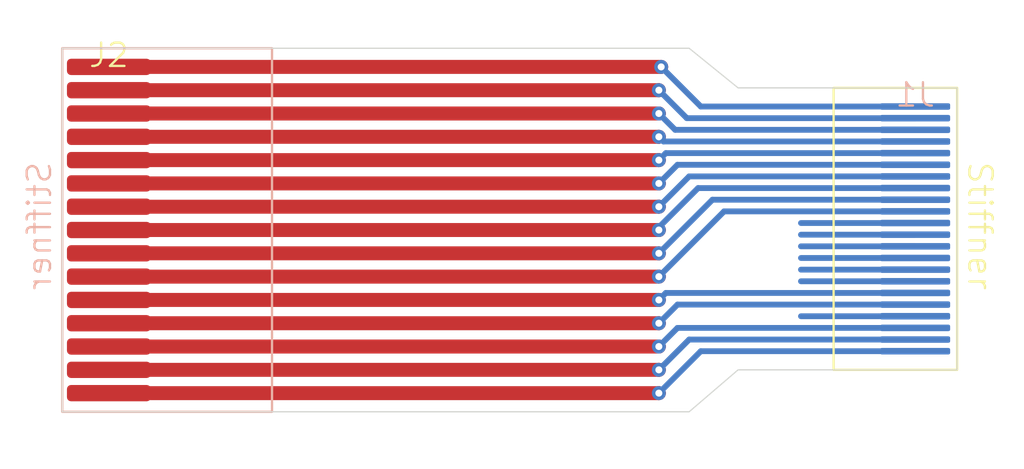
<source format=kicad_pcb>
(kicad_pcb (version 20240108) (generator "pcbnew") (generator_version "8.0")
  (layers (0 "F.Cu" signal) (31 "B.Cu" signal) (34 "B.Paste" user) (35 "F.Paste" user) (36 "B.SilkS" user "B.Silkscreen") (37 "F.SilkS" user "F.Silkscreen") (38 "B.Mask" user) (39 "F.Mask" user) (44 "Edge.Cuts" user))
  (net 0 "")
  (net 1 "Net-(J1-Pin_17)")
  (net 2 "unconnected-(J1-Pin_16-Pad16)")
  (net 3 "unconnected-(J1-Pin_19-Pad19)")
  (net 4 "Net-(J1-Pin_1)")
  (net 5 "Net-(J1-Pin_7)")
  (net 6 "Net-(J1-Pin_10)")
  (net 7 "Net-(J1-Pin_9)")
  (net 8 "Net-(J1-Pin_2)")
  (net 9 "Net-(J1-Pin_4)")
  (net 10 "Net-(J1-Pin_5)")
  (net 11 "unconnected-(J1-Pin_12-Pad12)")
  (net 12 "Net-(J1-Pin_22)")
  (net 13 "unconnected-(J1-Pin_15-Pad15)")
  (net 14 "Net-(J1-Pin_8)")
  (net 15 "Net-(J1-Pin_21)")
  (net 16 "unconnected-(J1-Pin_11-Pad11)")
  (net 17 "unconnected-(J1-Pin_13-Pad13)")
  (net 18 "Net-(J1-Pin_20)")
  (net 19 "Net-(J1-Pin_3)")
  (net 20 "unconnected-(J1-Pin_14-Pad14)")
  (net 21 "Net-(J1-Pin_18)")
  (net 22 "Net-(J1-Pin_6)")
  (footprint "fpc fcc conn:fpcfcc conn 15pos" (layer "F.Cu") (at 134.6 91.2)
    (property "Reference" "J2" (at 0 -0.5 0) (layer "F.SilkS") (effects (font (thickness 0.1))))
    (property "Value" "Conn_01x15")
    (pad "1" smd roundrect (at 0 0) (size 3.6 0.7) (layers "F.Cu" "F.Paste" "F.Mask") (net 4 "Net-(J1-Pin_1)"))
    (pad "2" smd roundrect (at 0 1) (size 3.6 0.7) (layers "F.Cu" "F.Paste" "F.Mask") (net 8 "Net-(J1-Pin_2)"))
    (pad "3" smd roundrect (at 0 2) (size 3.6 0.7) (layers "F.Cu" "F.Paste" "F.Mask") (net 19 "Net-(J1-Pin_3)"))
    (pad "4" smd roundrect (at 0 3) (size 3.6 0.7) (layers "F.Cu" "F.Paste" "F.Mask") (net 9 "Net-(J1-Pin_4)"))
    (pad "5" smd roundrect (at 0 4) (size 3.6 0.7) (layers "F.Cu" "F.Paste" "F.Mask") (net 10 "Net-(J1-Pin_5)"))
    (pad "6" smd roundrect (at 0 5) (size 3.6 0.7) (layers "F.Cu" "F.Paste" "F.Mask") (net 22 "Net-(J1-Pin_6)"))
    (pad "7" smd roundrect (at 0 6) (size 3.6 0.7) (layers "F.Cu" "F.Paste" "F.Mask") (net 5 "Net-(J1-Pin_7)"))
    (pad "8" smd roundrect (at 0 7) (size 3.6 0.7) (layers "F.Cu" "F.Paste" "F.Mask") (net 14 "Net-(J1-Pin_8)"))
    (pad "9" smd roundrect (at 0 8) (size 3.6 0.7) (layers "F.Cu" "F.Paste" "F.Mask") (net 7 "Net-(J1-Pin_9)"))
    (pad "10" smd roundrect (at 0 9) (size 3.6 0.7) (layers "F.Cu" "F.Paste" "F.Mask") (net 6 "Net-(J1-Pin_10)"))
    (pad "11" smd roundrect (at 0 10) (size 3.6 0.7) (layers "F.Cu" "F.Paste" "F.Mask") (net 1 "Net-(J1-Pin_17)"))
    (pad "12" smd roundrect (at 0 11) (size 3.6 0.7) (layers "F.Cu" "F.Paste" "F.Mask") (net 21 "Net-(J1-Pin_18)"))
    (pad "13" smd roundrect (at 0 12) (size 3.6 0.7) (layers "F.Cu" "F.Paste" "F.Mask") (net 18 "Net-(J1-Pin_20)"))
    (pad "14" smd roundrect (at 0 13) (size 3.6 0.7) (layers "F.Cu" "F.Paste" "F.Mask") (net 15 "Net-(J1-Pin_21)"))
    (pad "15" smd roundrect (at 0 14) (size 3.6 0.7) (layers "F.Cu" "F.Paste" "F.Mask") (net 12 "Net-(J1-Pin_22)"))
  )
  (footprint "fpc fcc conn:22pos fccfpc conn" (layer "B.Cu") (at 169.2 92.9 180)
    (property "Reference" "J1" (at 0 0.5 0) (layer "B.SilkS") (effects (font (thickness 0.1)) (justify mirror)))
    (property "Value" "Conn_01x22")
    (pad "1" smd roundrect (at 0 0 180) (size 3 0.28) (layers "B.Cu" "B.Paste" "B.Mask") (net 4 "Net-(J1-Pin_1)"))
    (pad "2" smd roundrect (at 0 -0.5 180) (size 3 0.28) (layers "B.Cu" "B.Paste" "B.Mask") (net 8 "Net-(J1-Pin_2)"))
    (pad "3" smd roundrect (at 0 -1 180) (size 3 0.28) (layers "B.Cu" "B.Paste" "B.Mask") (net 19 "Net-(J1-Pin_3)"))
    (pad "4" smd roundrect (at 0 -1.5 180) (size 3 0.28) (layers "B.Cu" "B.Paste" "B.Mask") (net 9 "Net-(J1-Pin_4)"))
    (pad "5" smd roundrect (at 0 -2 180) (size 3 0.28) (layers "B.Cu" "B.Paste" "B.Mask") (net 10 "Net-(J1-Pin_5)"))
    (pad "6" smd roundrect (at 0 -2.5 180) (size 3 0.28) (layers "B.Cu" "B.Paste" "B.Mask") (net 22 "Net-(J1-Pin_6)"))
    (pad "7" smd roundrect (at 0 -3 180) (size 3 0.28) (layers "B.Cu" "B.Paste" "B.Mask") (net 5 "Net-(J1-Pin_7)"))
    (pad "8" smd roundrect (at 0 -3.5 180) (size 3 0.28) (layers "B.Cu" "B.Paste" "B.Mask") (net 14 "Net-(J1-Pin_8)"))
    (pad "9" smd roundrect (at 0 -4 180) (size 3 0.28) (layers "B.Cu" "B.Paste" "B.Mask") (net 7 "Net-(J1-Pin_9)"))
    (pad "10" smd roundrect (at 0 -4.5 180) (size 3 0.28) (layers "B.Cu" "B.Paste" "B.Mask") (net 6 "Net-(J1-Pin_10)"))
    (pad "11" smd roundrect (at 0 -5 180) (size 3 0.28) (layers "B.Cu" "B.Paste" "B.Mask") (net 16 "unconnected-(J1-Pin_11-Pad11)"))
    (pad "12" smd roundrect (at 0 -5.5 180) (size 3 0.28) (layers "B.Cu" "B.Paste" "B.Mask") (net 11 "unconnected-(J1-Pin_12-Pad12)"))
    (pad "13" smd roundrect (at 0 -6 180) (size 3 0.28) (layers "B.Cu" "B.Paste" "B.Mask") (net 17 "unconnected-(J1-Pin_13-Pad13)"))
    (pad "14" smd roundrect (at 0 -6.5 180) (size 3 0.28) (layers "B.Cu" "B.Paste" "B.Mask") (net 20 "unconnected-(J1-Pin_14-Pad14)"))
    (pad "15" smd roundrect (at 0 -7 180) (size 3 0.28) (layers "B.Cu" "B.Paste" "B.Mask") (net 13 "unconnected-(J1-Pin_15-Pad15)"))
    (pad "16" smd roundrect (at 0 -7.5 180) (size 3 0.28) (layers "B.Cu" "B.Paste" "B.Mask") (net 2 "unconnected-(J1-Pin_16-Pad16)"))
    (pad "17" smd roundrect (at 0 -8 180) (size 3 0.28) (layers "B.Cu" "B.Paste" "B.Mask") (net 1 "Net-(J1-Pin_17)"))
    (pad "18" smd roundrect (at 0 -8.5 180) (size 3 0.28) (layers "B.Cu" "B.Paste" "B.Mask") (net 21 "Net-(J1-Pin_18)"))
    (pad "19" smd roundrect (at 0 -9 180) (size 3 0.28) (layers "B.Cu" "B.Paste" "B.Mask") (net 3 "unconnected-(J1-Pin_19-Pad19)"))
    (pad "20" smd roundrect (at 0 -9.5 180) (size 3 0.28) (layers "B.Cu" "B.Paste" "B.Mask") (net 18 "Net-(J1-Pin_20)"))
    (pad "21" smd roundrect (at 0 -10 180) (size 3 0.28) (layers "B.Cu" "B.Paste" "B.Mask") (net 15 "Net-(J1-Pin_21)"))
    (pad "22" smd roundrect (at 0 -10.5 180) (size 3 0.28) (layers "B.Cu" "B.Paste" "B.Mask") (net 12 "Net-(J1-Pin_22)"))
  )
  (gr_rect (start 132.6 90.4) (end 141.6 106) (stroke (width 0.1)) (fill none) (layer "B.SilkS"))
  (gr_rect (start 165.7 92.1) (end 171 104.2) (stroke (width 0.1)) (fill none) (layer "F.SilkS"))
  (gr_poly (pts (xy 132.6 106) (xy 132.6 90.4) (xy 159.5 90.4) (xy 161.6 92.1) (xy 171 92.1) (xy 171 104.2) (xy 161.6 104.2) (xy 159.5 106)) (stroke (width 0.05)) (fill none) (layer "Edge.Cuts"))
  (gr_text "Stiffner" (at 132.2 95.2 90) (layer "B.SilkS") (effects (font (size 1 1) (thickness 0.1)) (justify left bottom mirror)))
  (gr_text "Stiffner" (at 171.4 95.2 -90) (layer "F.SilkS") (effects (font (size 1 1) (thickness 0.1)) (justify left bottom)))
  (segment (start 134.6 101.2) (end 158.2 101.2) (width 0.6) (layer "F.Cu") (net 1))
  (via (at 158.2 101.2) (size 0.6) (drill 0.3) (layers "F.Cu" "B.Cu") (net 1))
  (segment (start 169.2 100.9) (end 158.5 100.9) (width 0.25) (layer "B.Cu") (net 1))
  (segment (start 158.5 100.9) (end 158.2 101.2) (width 0.25) (layer "B.Cu") (net 1))
  (segment (start 169.2 100.4) (end 164.3 100.4) (width 0.25) (layer "B.Cu") (net 2))
  (segment (start 169.2 101.9) (end 164.3 101.9) (width 0.25) (layer "B.Cu") (net 3))
  (segment (start 134.6 91.2) (end 158.3 91.2) (width 0.6) (layer "F.Cu") (net 4))
  (via (at 158.3 91.2) (size 0.6) (drill 0.3) (layers "F.Cu" "B.Cu") (net 4))
  (segment (start 160 92.9) (end 158.3 91.2) (width 0.25) (layer "B.Cu") (net 4))
  (segment (start 169.2 92.9) (end 160 92.9) (width 0.25) (layer "B.Cu") (net 4))
  (segment (start 134.6 97.2) (end 158.2 97.2) (width 0.6) (layer "F.Cu") (net 5))
  (segment (start 158.2 97.083883) (end 158.2 97.2) (width 0.25) (layer "F.Cu") (net 5))
  (via (at 158.2 97.2) (size 0.6) (drill 0.3) (layers "F.Cu" "B.Cu") (net 5))
  (segment (start 169.2 95.9) (end 159.5 95.9) (width 0.25) (layer "B.Cu") (net 5))
  (segment (start 159.5 95.9) (end 158.2 97.2) (width 0.25) (layer "B.Cu") (net 5))
  (segment (start 134.6 100.2) (end 158.2 100.2) (width 0.6) (layer "F.Cu") (net 6))
  (via (at 158.2 100.2) (size 0.6) (drill 0.3) (layers "F.Cu" "B.Cu") (net 6))
  (segment (start 169.2 97.4) (end 161 97.4) (width 0.25) (layer "B.Cu") (net 6))
  (segment (start 161 97.4) (end 158.2 100.2) (width 0.25) (layer "B.Cu") (net 6))
  (segment (start 134.6 99.2) (end 158.2 99.2) (width 0.6) (layer "F.Cu") (net 7))
  (segment (start 158.083883 99.2) (end 158.2 99.2) (width 0.25) (layer "F.Cu") (net 7))
  (via (at 158.2 99.2) (size 0.6) (drill 0.3) (layers "F.Cu" "B.Cu") (net 7))
  (segment (start 169.2 96.9) (end 160.5 96.9) (width 0.25) (layer "B.Cu") (net 7))
  (segment (start 160.5 96.9) (end 158.2 99.2) (width 0.25) (layer "B.Cu") (net 7))
  (segment (start 134.6 92.2) (end 158.2 92.2) (width 0.6) (layer "F.Cu") (net 8))
  (via (at 158.2 92.2) (size 0.6) (drill 0.3) (layers "F.Cu" "B.Cu") (net 8))
  (segment (start 159.4 93.4) (end 158.2 92.2) (width 0.25) (layer "B.Cu") (net 8))
  (segment (start 169.2 93.4) (end 159.4 93.4) (width 0.25) (layer "B.Cu") (net 8))
  (segment (start 134.6 94.2) (end 158.2 94.2) (width 0.6) (layer "F.Cu") (net 9))
  (segment (start 158.3 94.3) (end 158.2 94.2) (width 0.25) (layer "F.Cu") (net 9))
  (via (at 158.2 94.2) (size 0.6) (drill 0.3) (layers "F.Cu" "B.Cu") (net 9))
  (segment (start 169.2 94.4) (end 158.4 94.4) (width 0.25) (layer "B.Cu") (net 9))
  (segment (start 158.4 94.4) (end 158.2 94.2) (width 0.25) (layer "B.Cu") (net 9))
  (segment (start 134.6 95.2) (end 158.2 95.2) (width 0.6) (layer "F.Cu") (net 10))
  (via (at 158.2 95.2) (size 0.6) (drill 0.3) (layers "F.Cu" "B.Cu") (net 10))
  (segment (start 169.2 94.9) (end 158.5 94.9) (width 0.25) (layer "B.Cu") (net 10))
  (segment (start 158.5 94.9) (end 158.2 95.2) (width 0.25) (layer "B.Cu") (net 10))
  (segment (start 169.2 98.4) (end 164.3 98.4) (width 0.25) (layer "B.Cu") (net 11))
  (segment (start 134.6 105.2) (end 158.2 105.2) (width 0.6) (layer "F.Cu") (net 12))
  (via (at 158.2 105.2) (size 0.6) (drill 0.3) (layers "F.Cu" "B.Cu") (net 12))
  (segment (start 160 103.4) (end 158.2 105.2) (width 0.25) (layer "B.Cu") (net 12))
  (segment (start 169.2 103.4) (end 160 103.4) (width 0.25) (layer "B.Cu") (net 12))
  (segment (start 169.2 99.9) (end 164.3 99.9) (width 0.25) (layer "B.Cu") (net 13))
  (segment (start 134.6 98.2) (end 158.2 98.2) (width 0.6) (layer "F.Cu") (net 14))
  (via (at 158.2 98.2) (size 0.6) (drill 0.3) (layers "F.Cu" "B.Cu") (net 14))
  (segment (start 159.883884 96.4) (end 158.2 98.083884) (width 0.25) (layer "B.Cu") (net 14))
  (segment (start 158.2 98.083884) (end 158.2 98.2) (width 0.25) (layer "B.Cu") (net 14))
  (segment (start 169.2 96.4) (end 159.883884 96.4) (width 0.25) (layer "B.Cu") (net 14))
  (segment (start 134.6 104.2) (end 158.2 104.2) (width 0.6) (layer "F.Cu") (net 15))
  (via (at 158.2 104.2) (size 0.6) (drill 0.3) (layers "F.Cu" "B.Cu") (net 15))
  (segment (start 169.2 102.9) (end 159.5 102.9) (width 0.25) (layer "B.Cu") (net 15))
  (segment (start 159.5 102.9) (end 158.2 104.2) (width 0.25) (layer "B.Cu") (net 15))
  (segment (start 169.2 97.9) (end 164.3 97.9) (width 0.25) (layer "B.Cu") (net 16))
  (segment (start 169.2 98.9) (end 164.3 98.9) (width 0.25) (layer "B.Cu") (net 17))
  (segment (start 134.6 103.2) (end 158.2 103.2) (width 0.6) (layer "F.Cu") (net 18))
  (via (at 158.2 103.2) (size 0.6) (drill 0.3) (layers "F.Cu" "B.Cu") (net 18))
  (segment (start 169.2 102.4) (end 159 102.4) (width 0.25) (layer "B.Cu") (net 18))
  (segment (start 159 102.4) (end 158.2 103.2) (width 0.25) (layer "B.Cu") (net 18))
  (segment (start 134.6 93.2) (end 158.2 93.2) (width 0.6) (layer "F.Cu") (net 19))
  (via (at 158.2 93.2) (size 0.6) (drill 0.3) (layers "F.Cu" "B.Cu") (net 19))
  (segment (start 169.2 93.9) (end 158.9 93.9) (width 0.25) (layer "B.Cu") (net 19))
  (segment (start 158.9 93.9) (end 158.2 93.2) (width 0.25) (layer "B.Cu") (net 19))
  (segment (start 169.2 99.4) (end 164.3 99.4) (width 0.25) (layer "B.Cu") (net 20))
  (segment (start 134.6 102.2) (end 158.2 102.2) (width 0.6) (layer "F.Cu") (net 21))
  (via (at 158.2 102.2) (size 0.6) (drill 0.3) (layers "F.Cu" "B.Cu") (net 21))
  (segment (start 169.2 101.4) (end 159 101.4) (width 0.25) (layer "B.Cu") (net 21))
  (segment (start 159 101.4) (end 158.2 102.2) (width 0.25) (layer "B.Cu") (net 21))
  (segment (start 134.6 96.2) (end 158.2 96.2) (width 0.6) (layer "F.Cu") (net 22))
  (via (at 158.2 96.2) (size 0.6) (drill 0.3) (layers "F.Cu" "B.Cu") (net 22))
  (segment (start 169.2 95.4) (end 159 95.4) (width 0.25) (layer "B.Cu") (net 22))
  (segment (start 159 95.4) (end 158.2 96.2) (width 0.25) (layer "B.Cu") (net 22))
)
</source>
